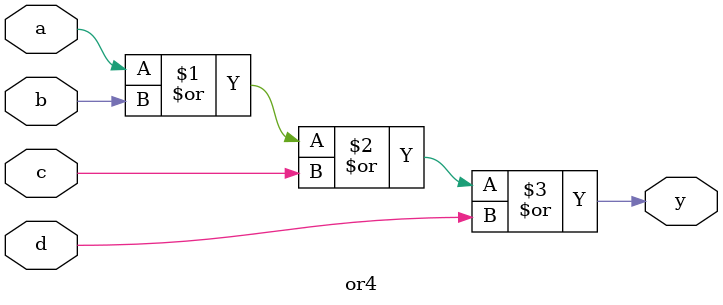
<source format=v>
module or4(input a, input b, input c, input d, output y);
    assign y = a | b | c | d;
endmodule





</source>
